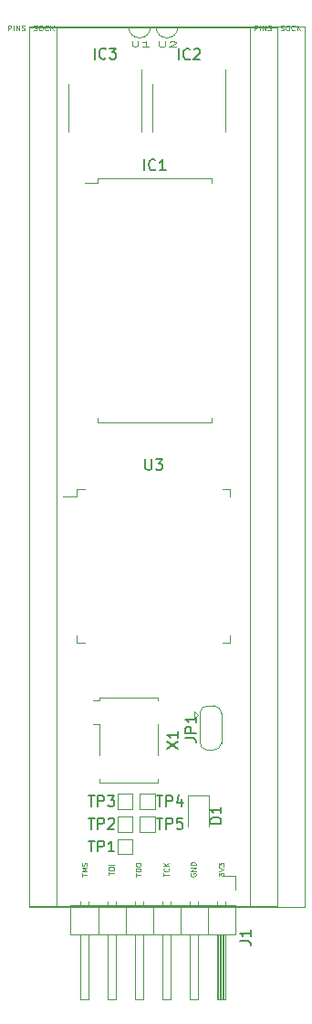
<source format=gbr>
%TF.GenerationSoftware,KiCad,Pcbnew,(5.1.10-1-10_14)*%
%TF.CreationDate,2022-03-12T11:50:30+00:00*%
%TF.ProjectId,altram_68k_r2,616c7472-616d-45f3-9638-6b5f72322e6b,2*%
%TF.SameCoordinates,Original*%
%TF.FileFunction,Legend,Top*%
%TF.FilePolarity,Positive*%
%FSLAX46Y46*%
G04 Gerber Fmt 4.6, Leading zero omitted, Abs format (unit mm)*
G04 Created by KiCad (PCBNEW (5.1.10-1-10_14)) date 2022-03-12 11:50:30*
%MOMM*%
%LPD*%
G01*
G04 APERTURE LIST*
%ADD10C,0.125000*%
%ADD11C,0.120000*%
%ADD12C,0.150000*%
G04 APERTURE END LIST*
D10*
X156095238Y-54602380D02*
X156166666Y-54626190D01*
X156285714Y-54626190D01*
X156333333Y-54602380D01*
X156357142Y-54578571D01*
X156380952Y-54530952D01*
X156380952Y-54483333D01*
X156357142Y-54435714D01*
X156333333Y-54411904D01*
X156285714Y-54388095D01*
X156190476Y-54364285D01*
X156142857Y-54340476D01*
X156119047Y-54316666D01*
X156095238Y-54269047D01*
X156095238Y-54221428D01*
X156119047Y-54173809D01*
X156142857Y-54150000D01*
X156190476Y-54126190D01*
X156309523Y-54126190D01*
X156380952Y-54150000D01*
X156690476Y-54126190D02*
X156785714Y-54126190D01*
X156833333Y-54150000D01*
X156880952Y-54197619D01*
X156904761Y-54292857D01*
X156904761Y-54459523D01*
X156880952Y-54554761D01*
X156833333Y-54602380D01*
X156785714Y-54626190D01*
X156690476Y-54626190D01*
X156642857Y-54602380D01*
X156595238Y-54554761D01*
X156571428Y-54459523D01*
X156571428Y-54292857D01*
X156595238Y-54197619D01*
X156642857Y-54150000D01*
X156690476Y-54126190D01*
X157404761Y-54578571D02*
X157380952Y-54602380D01*
X157309523Y-54626190D01*
X157261904Y-54626190D01*
X157190476Y-54602380D01*
X157142857Y-54554761D01*
X157119047Y-54507142D01*
X157095238Y-54411904D01*
X157095238Y-54340476D01*
X157119047Y-54245238D01*
X157142857Y-54197619D01*
X157190476Y-54150000D01*
X157261904Y-54126190D01*
X157309523Y-54126190D01*
X157380952Y-54150000D01*
X157404761Y-54173809D01*
X157619047Y-54626190D02*
X157619047Y-54126190D01*
X157904761Y-54626190D02*
X157690476Y-54340476D01*
X157904761Y-54126190D02*
X157619047Y-54411904D01*
X133195238Y-54602380D02*
X133266666Y-54626190D01*
X133385714Y-54626190D01*
X133433333Y-54602380D01*
X133457142Y-54578571D01*
X133480952Y-54530952D01*
X133480952Y-54483333D01*
X133457142Y-54435714D01*
X133433333Y-54411904D01*
X133385714Y-54388095D01*
X133290476Y-54364285D01*
X133242857Y-54340476D01*
X133219047Y-54316666D01*
X133195238Y-54269047D01*
X133195238Y-54221428D01*
X133219047Y-54173809D01*
X133242857Y-54150000D01*
X133290476Y-54126190D01*
X133409523Y-54126190D01*
X133480952Y-54150000D01*
X133790476Y-54126190D02*
X133885714Y-54126190D01*
X133933333Y-54150000D01*
X133980952Y-54197619D01*
X134004761Y-54292857D01*
X134004761Y-54459523D01*
X133980952Y-54554761D01*
X133933333Y-54602380D01*
X133885714Y-54626190D01*
X133790476Y-54626190D01*
X133742857Y-54602380D01*
X133695238Y-54554761D01*
X133671428Y-54459523D01*
X133671428Y-54292857D01*
X133695238Y-54197619D01*
X133742857Y-54150000D01*
X133790476Y-54126190D01*
X134504761Y-54578571D02*
X134480952Y-54602380D01*
X134409523Y-54626190D01*
X134361904Y-54626190D01*
X134290476Y-54602380D01*
X134242857Y-54554761D01*
X134219047Y-54507142D01*
X134195238Y-54411904D01*
X134195238Y-54340476D01*
X134219047Y-54245238D01*
X134242857Y-54197619D01*
X134290476Y-54150000D01*
X134361904Y-54126190D01*
X134409523Y-54126190D01*
X134480952Y-54150000D01*
X134504761Y-54173809D01*
X134719047Y-54626190D02*
X134719047Y-54126190D01*
X135004761Y-54626190D02*
X134790476Y-54340476D01*
X135004761Y-54126190D02*
X134719047Y-54411904D01*
X153650000Y-54626190D02*
X153650000Y-54126190D01*
X153840476Y-54126190D01*
X153888095Y-54150000D01*
X153911904Y-54173809D01*
X153935714Y-54221428D01*
X153935714Y-54292857D01*
X153911904Y-54340476D01*
X153888095Y-54364285D01*
X153840476Y-54388095D01*
X153650000Y-54388095D01*
X154150000Y-54626190D02*
X154150000Y-54126190D01*
X154388095Y-54626190D02*
X154388095Y-54126190D01*
X154673809Y-54626190D01*
X154673809Y-54126190D01*
X154888095Y-54602380D02*
X154959523Y-54626190D01*
X155078571Y-54626190D01*
X155126190Y-54602380D01*
X155150000Y-54578571D01*
X155173809Y-54530952D01*
X155173809Y-54483333D01*
X155150000Y-54435714D01*
X155126190Y-54411904D01*
X155078571Y-54388095D01*
X154983333Y-54364285D01*
X154935714Y-54340476D01*
X154911904Y-54316666D01*
X154888095Y-54269047D01*
X154888095Y-54221428D01*
X154911904Y-54173809D01*
X154935714Y-54150000D01*
X154983333Y-54126190D01*
X155102380Y-54126190D01*
X155173809Y-54150000D01*
X130800000Y-54626190D02*
X130800000Y-54126190D01*
X130990476Y-54126190D01*
X131038095Y-54150000D01*
X131061904Y-54173809D01*
X131085714Y-54221428D01*
X131085714Y-54292857D01*
X131061904Y-54340476D01*
X131038095Y-54364285D01*
X130990476Y-54388095D01*
X130800000Y-54388095D01*
X131300000Y-54626190D02*
X131300000Y-54126190D01*
X131538095Y-54626190D02*
X131538095Y-54126190D01*
X131823809Y-54626190D01*
X131823809Y-54126190D01*
X132038095Y-54602380D02*
X132109523Y-54626190D01*
X132228571Y-54626190D01*
X132276190Y-54602380D01*
X132300000Y-54578571D01*
X132323809Y-54530952D01*
X132323809Y-54483333D01*
X132300000Y-54435714D01*
X132276190Y-54411904D01*
X132228571Y-54388095D01*
X132133333Y-54364285D01*
X132085714Y-54340476D01*
X132061904Y-54316666D01*
X132038095Y-54269047D01*
X132038095Y-54221428D01*
X132061904Y-54173809D01*
X132085714Y-54150000D01*
X132133333Y-54126190D01*
X132252380Y-54126190D01*
X132323809Y-54150000D01*
X150326190Y-132919047D02*
X150326190Y-132609523D01*
X150516666Y-132776190D01*
X150516666Y-132704761D01*
X150540476Y-132657142D01*
X150564285Y-132633333D01*
X150611904Y-132609523D01*
X150730952Y-132609523D01*
X150778571Y-132633333D01*
X150802380Y-132657142D01*
X150826190Y-132704761D01*
X150826190Y-132847619D01*
X150802380Y-132895238D01*
X150778571Y-132919047D01*
X150326190Y-132466666D02*
X150826190Y-132300000D01*
X150326190Y-132133333D01*
X150326190Y-132014285D02*
X150326190Y-131704761D01*
X150516666Y-131871428D01*
X150516666Y-131800000D01*
X150540476Y-131752380D01*
X150564285Y-131728571D01*
X150611904Y-131704761D01*
X150730952Y-131704761D01*
X150778571Y-131728571D01*
X150802380Y-131752380D01*
X150826190Y-131800000D01*
X150826190Y-131942857D01*
X150802380Y-131990476D01*
X150778571Y-132014285D01*
X147750000Y-132680952D02*
X147726190Y-132728571D01*
X147726190Y-132800000D01*
X147750000Y-132871428D01*
X147797619Y-132919047D01*
X147845238Y-132942857D01*
X147940476Y-132966666D01*
X148011904Y-132966666D01*
X148107142Y-132942857D01*
X148154761Y-132919047D01*
X148202380Y-132871428D01*
X148226190Y-132800000D01*
X148226190Y-132752380D01*
X148202380Y-132680952D01*
X148178571Y-132657142D01*
X148011904Y-132657142D01*
X148011904Y-132752380D01*
X148226190Y-132442857D02*
X147726190Y-132442857D01*
X148226190Y-132157142D01*
X147726190Y-132157142D01*
X148226190Y-131919047D02*
X147726190Y-131919047D01*
X147726190Y-131800000D01*
X147750000Y-131728571D01*
X147797619Y-131680952D01*
X147845238Y-131657142D01*
X147940476Y-131633333D01*
X148011904Y-131633333D01*
X148107142Y-131657142D01*
X148154761Y-131680952D01*
X148202380Y-131728571D01*
X148226190Y-131800000D01*
X148226190Y-131919047D01*
X145226190Y-132942857D02*
X145226190Y-132657142D01*
X145726190Y-132800000D02*
X145226190Y-132800000D01*
X145678571Y-132204761D02*
X145702380Y-132228571D01*
X145726190Y-132300000D01*
X145726190Y-132347619D01*
X145702380Y-132419047D01*
X145654761Y-132466666D01*
X145607142Y-132490476D01*
X145511904Y-132514285D01*
X145440476Y-132514285D01*
X145345238Y-132490476D01*
X145297619Y-132466666D01*
X145250000Y-132419047D01*
X145226190Y-132347619D01*
X145226190Y-132300000D01*
X145250000Y-132228571D01*
X145273809Y-132204761D01*
X145726190Y-131990476D02*
X145226190Y-131990476D01*
X145726190Y-131704761D02*
X145440476Y-131919047D01*
X145226190Y-131704761D02*
X145511904Y-131990476D01*
X142626190Y-132954761D02*
X142626190Y-132669047D01*
X143126190Y-132811904D02*
X142626190Y-132811904D01*
X143126190Y-132502380D02*
X142626190Y-132502380D01*
X142626190Y-132383333D01*
X142650000Y-132311904D01*
X142697619Y-132264285D01*
X142745238Y-132240476D01*
X142840476Y-132216666D01*
X142911904Y-132216666D01*
X143007142Y-132240476D01*
X143054761Y-132264285D01*
X143102380Y-132311904D01*
X143126190Y-132383333D01*
X143126190Y-132502380D01*
X142626190Y-131907142D02*
X142626190Y-131811904D01*
X142650000Y-131764285D01*
X142697619Y-131716666D01*
X142792857Y-131692857D01*
X142959523Y-131692857D01*
X143054761Y-131716666D01*
X143102380Y-131764285D01*
X143126190Y-131811904D01*
X143126190Y-131907142D01*
X143102380Y-131954761D01*
X143054761Y-132002380D01*
X142959523Y-132026190D01*
X142792857Y-132026190D01*
X142697619Y-132002380D01*
X142650000Y-131954761D01*
X142626190Y-131907142D01*
X140126190Y-132811904D02*
X140126190Y-132526190D01*
X140626190Y-132669047D02*
X140126190Y-132669047D01*
X140626190Y-132359523D02*
X140126190Y-132359523D01*
X140126190Y-132240476D01*
X140150000Y-132169047D01*
X140197619Y-132121428D01*
X140245238Y-132097619D01*
X140340476Y-132073809D01*
X140411904Y-132073809D01*
X140507142Y-132097619D01*
X140554761Y-132121428D01*
X140602380Y-132169047D01*
X140626190Y-132240476D01*
X140626190Y-132359523D01*
X140626190Y-131859523D02*
X140126190Y-131859523D01*
X137626190Y-132966666D02*
X137626190Y-132680952D01*
X138126190Y-132823809D02*
X137626190Y-132823809D01*
X138126190Y-132514285D02*
X137626190Y-132514285D01*
X137983333Y-132347619D01*
X137626190Y-132180952D01*
X138126190Y-132180952D01*
X138102380Y-131966666D02*
X138126190Y-131895238D01*
X138126190Y-131776190D01*
X138102380Y-131728571D01*
X138078571Y-131704761D01*
X138030952Y-131680952D01*
X137983333Y-131680952D01*
X137935714Y-131704761D01*
X137911904Y-131728571D01*
X137888095Y-131776190D01*
X137864285Y-131871428D01*
X137840476Y-131919047D01*
X137816666Y-131942857D01*
X137769047Y-131966666D01*
X137721428Y-131966666D01*
X137673809Y-131942857D01*
X137650000Y-131919047D01*
X137626190Y-131871428D01*
X137626190Y-131752380D01*
X137650000Y-131680952D01*
D11*
%TO.C,D1*%
X149410000Y-128300000D02*
X149410000Y-125440000D01*
X149410000Y-125440000D02*
X147490000Y-125440000D01*
X147490000Y-125440000D02*
X147490000Y-128300000D01*
%TO.C,JP1*%
X150600000Y-117800000D02*
X150600000Y-120600000D01*
X149900000Y-121250000D02*
X149300000Y-121250000D01*
X148600000Y-120600000D02*
X148600000Y-117800000D01*
X149300000Y-117150000D02*
X149900000Y-117150000D01*
X148400000Y-118000000D02*
X148100000Y-117700000D01*
X148100000Y-117700000D02*
X148100000Y-118300000D01*
X148400000Y-118000000D02*
X148100000Y-118300000D01*
X149900000Y-117150000D02*
G75*
G02*
X150600000Y-117850000I0J-700000D01*
G01*
X148600000Y-117850000D02*
G75*
G02*
X149300000Y-117150000I700000J0D01*
G01*
X149300000Y-121250000D02*
G75*
G02*
X148600000Y-120550000I0J700000D01*
G01*
X150600000Y-120550000D02*
G75*
G02*
X149900000Y-121250000I-700000J0D01*
G01*
%TO.C,U3*%
X137190000Y-97790000D02*
X135900000Y-97790000D01*
X137190000Y-97090000D02*
X137190000Y-97790000D01*
X137890000Y-97090000D02*
X137190000Y-97090000D01*
X151410000Y-97090000D02*
X151410000Y-97790000D01*
X150710000Y-97090000D02*
X151410000Y-97090000D01*
X137190000Y-111310000D02*
X137190000Y-110610000D01*
X137890000Y-111310000D02*
X137190000Y-111310000D01*
X151410000Y-111310000D02*
X151410000Y-110610000D01*
X150710000Y-111310000D02*
X151410000Y-111310000D01*
%TO.C,U1*%
X153272000Y-54296000D02*
X144002000Y-54296000D01*
X153272000Y-135696000D02*
X153272000Y-54296000D01*
X132732000Y-135696000D02*
X153272000Y-135696000D01*
X132732000Y-54296000D02*
X132732000Y-135696000D01*
X142002000Y-54296000D02*
X132732000Y-54296000D01*
X144002000Y-54296000D02*
G75*
G02*
X142002000Y-54296000I-1000000J0D01*
G01*
%TO.C,U2*%
X144542000Y-54296000D02*
X135272000Y-54296000D01*
X135272000Y-54296000D02*
X135272000Y-135696000D01*
X135272000Y-135696000D02*
X155812000Y-135696000D01*
X155812000Y-135696000D02*
X155812000Y-54296000D01*
X155812000Y-54296000D02*
X146542000Y-54296000D01*
X132782000Y-54236000D02*
X132782000Y-135756000D01*
X132782000Y-135756000D02*
X158302000Y-135756000D01*
X158302000Y-135756000D02*
X158302000Y-54236000D01*
X158302000Y-54236000D02*
X132782000Y-54236000D01*
X146542000Y-54296000D02*
G75*
G02*
X144542000Y-54296000I-1000000J0D01*
G01*
%TO.C,TP5*%
X143000000Y-127400000D02*
X144400000Y-127400000D01*
X143000000Y-128800000D02*
X143000000Y-127400000D01*
X144400000Y-128800000D02*
X143000000Y-128800000D01*
X144400000Y-127400000D02*
X144400000Y-128800000D01*
%TO.C,TP4*%
X143000000Y-125300000D02*
X144400000Y-125300000D01*
X143000000Y-126700000D02*
X143000000Y-125300000D01*
X144400000Y-126700000D02*
X143000000Y-126700000D01*
X144400000Y-125300000D02*
X144400000Y-126700000D01*
%TO.C,TP3*%
X142350000Y-126700000D02*
X140950000Y-126700000D01*
X142350000Y-125300000D02*
X142350000Y-126700000D01*
X140950000Y-125300000D02*
X142350000Y-125300000D01*
X140950000Y-126700000D02*
X140950000Y-125300000D01*
%TO.C,TP2*%
X142350000Y-128800000D02*
X140950000Y-128800000D01*
X142350000Y-127400000D02*
X142350000Y-128800000D01*
X140950000Y-127400000D02*
X142350000Y-127400000D01*
X140950000Y-128800000D02*
X140950000Y-127400000D01*
%TO.C,TP1*%
X142350000Y-130900000D02*
X140950000Y-130900000D01*
X142350000Y-129500000D02*
X142350000Y-130900000D01*
X140950000Y-129500000D02*
X142350000Y-129500000D01*
X140950000Y-130900000D02*
X140950000Y-129500000D01*
%TO.C,J1*%
X151870000Y-132930000D02*
X151870000Y-134200000D01*
X150600000Y-132930000D02*
X151870000Y-132930000D01*
X137520000Y-135242929D02*
X137520000Y-135640000D01*
X138280000Y-135242929D02*
X138280000Y-135640000D01*
X137520000Y-144300000D02*
X137520000Y-138300000D01*
X138280000Y-144300000D02*
X137520000Y-144300000D01*
X138280000Y-138300000D02*
X138280000Y-144300000D01*
X139170000Y-135640000D02*
X139170000Y-138300000D01*
X140060000Y-135242929D02*
X140060000Y-135640000D01*
X140820000Y-135242929D02*
X140820000Y-135640000D01*
X140060000Y-144300000D02*
X140060000Y-138300000D01*
X140820000Y-144300000D02*
X140060000Y-144300000D01*
X140820000Y-138300000D02*
X140820000Y-144300000D01*
X141710000Y-135640000D02*
X141710000Y-138300000D01*
X142600000Y-135242929D02*
X142600000Y-135640000D01*
X143360000Y-135242929D02*
X143360000Y-135640000D01*
X142600000Y-144300000D02*
X142600000Y-138300000D01*
X143360000Y-144300000D02*
X142600000Y-144300000D01*
X143360000Y-138300000D02*
X143360000Y-144300000D01*
X144250000Y-135640000D02*
X144250000Y-138300000D01*
X145140000Y-135242929D02*
X145140000Y-135640000D01*
X145900000Y-135242929D02*
X145900000Y-135640000D01*
X145140000Y-144300000D02*
X145140000Y-138300000D01*
X145900000Y-144300000D02*
X145140000Y-144300000D01*
X145900000Y-138300000D02*
X145900000Y-144300000D01*
X146790000Y-135640000D02*
X146790000Y-138300000D01*
X147680000Y-135242929D02*
X147680000Y-135640000D01*
X148440000Y-135242929D02*
X148440000Y-135640000D01*
X147680000Y-144300000D02*
X147680000Y-138300000D01*
X148440000Y-144300000D02*
X147680000Y-144300000D01*
X148440000Y-138300000D02*
X148440000Y-144300000D01*
X149330000Y-135640000D02*
X149330000Y-138300000D01*
X150220000Y-135310000D02*
X150220000Y-135640000D01*
X150980000Y-135310000D02*
X150980000Y-135640000D01*
X150320000Y-138300000D02*
X150320000Y-144300000D01*
X150440000Y-138300000D02*
X150440000Y-144300000D01*
X150560000Y-138300000D02*
X150560000Y-144300000D01*
X150680000Y-138300000D02*
X150680000Y-144300000D01*
X150800000Y-138300000D02*
X150800000Y-144300000D01*
X150920000Y-138300000D02*
X150920000Y-144300000D01*
X150220000Y-144300000D02*
X150220000Y-138300000D01*
X150980000Y-144300000D02*
X150220000Y-144300000D01*
X150980000Y-138300000D02*
X150980000Y-144300000D01*
X151930000Y-138300000D02*
X151930000Y-135640000D01*
X136570000Y-138300000D02*
X151930000Y-138300000D01*
X136570000Y-135640000D02*
X136570000Y-138300000D01*
X151930000Y-135640000D02*
X136570000Y-135640000D01*
%TO.C,X1*%
X139300000Y-118860000D02*
X138700000Y-118860000D01*
X139300000Y-121740000D02*
X139300000Y-118860000D01*
X144700000Y-116350000D02*
X144700000Y-116660000D01*
X139300000Y-116350000D02*
X144700000Y-116350000D01*
X139300000Y-116660000D02*
X139300000Y-116350000D01*
X138700000Y-116660000D02*
X139300000Y-116660000D01*
X144700000Y-118860000D02*
X144700000Y-121740000D01*
X139300000Y-124250000D02*
X139300000Y-123940000D01*
X144700000Y-124250000D02*
X139300000Y-124250000D01*
X144700000Y-123940000D02*
X144700000Y-124250000D01*
%TO.C,IC1*%
X137900000Y-68700000D02*
X139100000Y-68700000D01*
X139100000Y-68700000D02*
X139100000Y-68300000D01*
X139100000Y-68300000D02*
X149700000Y-68300000D01*
X139100000Y-90900000D02*
X149700000Y-90900000D01*
X149700000Y-68300000D02*
X149700000Y-68700000D01*
X149700000Y-90500000D02*
X149700000Y-90900000D01*
X139100000Y-90500000D02*
X139100000Y-90900000D01*
%TO.C,IC3*%
X143185000Y-61800000D02*
X143185000Y-58200000D01*
X143185000Y-61800000D02*
X143185000Y-64000000D01*
X136415000Y-61800000D02*
X136415000Y-59600000D01*
X136415000Y-61800000D02*
X136415000Y-64000000D01*
%TO.C,IC2*%
X150985000Y-61800000D02*
X150985000Y-58200000D01*
X150985000Y-61800000D02*
X150985000Y-64000000D01*
X144215000Y-61800000D02*
X144215000Y-59600000D01*
X144215000Y-61800000D02*
X144215000Y-64000000D01*
%TO.C,D1*%
D12*
X150552380Y-128038095D02*
X149552380Y-128038095D01*
X149552380Y-127800000D01*
X149600000Y-127657142D01*
X149695238Y-127561904D01*
X149790476Y-127514285D01*
X149980952Y-127466666D01*
X150123809Y-127466666D01*
X150314285Y-127514285D01*
X150409523Y-127561904D01*
X150504761Y-127657142D01*
X150552380Y-127800000D01*
X150552380Y-128038095D01*
X150552380Y-126514285D02*
X150552380Y-127085714D01*
X150552380Y-126800000D02*
X149552380Y-126800000D01*
X149695238Y-126895238D01*
X149790476Y-126990476D01*
X149838095Y-127085714D01*
%TO.C,JP1*%
X147252380Y-120133333D02*
X147966666Y-120133333D01*
X148109523Y-120180952D01*
X148204761Y-120276190D01*
X148252380Y-120419047D01*
X148252380Y-120514285D01*
X148252380Y-119657142D02*
X147252380Y-119657142D01*
X147252380Y-119276190D01*
X147300000Y-119180952D01*
X147347619Y-119133333D01*
X147442857Y-119085714D01*
X147585714Y-119085714D01*
X147680952Y-119133333D01*
X147728571Y-119180952D01*
X147776190Y-119276190D01*
X147776190Y-119657142D01*
X148252380Y-118133333D02*
X148252380Y-118704761D01*
X148252380Y-118419047D02*
X147252380Y-118419047D01*
X147395238Y-118514285D01*
X147490476Y-118609523D01*
X147538095Y-118704761D01*
%TO.C,U3*%
X143538095Y-94302380D02*
X143538095Y-95111904D01*
X143585714Y-95207142D01*
X143633333Y-95254761D01*
X143728571Y-95302380D01*
X143919047Y-95302380D01*
X144014285Y-95254761D01*
X144061904Y-95207142D01*
X144109523Y-95111904D01*
X144109523Y-94302380D01*
X144490476Y-94302380D02*
X145109523Y-94302380D01*
X144776190Y-94683333D01*
X144919047Y-94683333D01*
X145014285Y-94730952D01*
X145061904Y-94778571D01*
X145109523Y-94873809D01*
X145109523Y-95111904D01*
X145061904Y-95207142D01*
X145014285Y-95254761D01*
X144919047Y-95302380D01*
X144633333Y-95302380D01*
X144538095Y-95254761D01*
X144490476Y-95207142D01*
%TO.C,U1*%
D10*
X142288095Y-55576190D02*
X142288095Y-55980952D01*
X142335714Y-56028571D01*
X142383333Y-56052380D01*
X142478571Y-56076190D01*
X142669047Y-56076190D01*
X142764285Y-56052380D01*
X142811904Y-56028571D01*
X142859523Y-55980952D01*
X142859523Y-55576190D01*
X143859523Y-56076190D02*
X143288095Y-56076190D01*
X143573809Y-56076190D02*
X143573809Y-55576190D01*
X143478571Y-55647619D01*
X143383333Y-55695238D01*
X143288095Y-55719047D01*
%TO.C,U2*%
X144788095Y-55626190D02*
X144788095Y-56030952D01*
X144835714Y-56078571D01*
X144883333Y-56102380D01*
X144978571Y-56126190D01*
X145169047Y-56126190D01*
X145264285Y-56102380D01*
X145311904Y-56078571D01*
X145359523Y-56030952D01*
X145359523Y-55626190D01*
X145788095Y-55673809D02*
X145835714Y-55650000D01*
X145930952Y-55626190D01*
X146169047Y-55626190D01*
X146264285Y-55650000D01*
X146311904Y-55673809D01*
X146359523Y-55721428D01*
X146359523Y-55769047D01*
X146311904Y-55840476D01*
X145740476Y-56126190D01*
X146359523Y-56126190D01*
%TO.C,TP5*%
D12*
X144586095Y-127552380D02*
X145157523Y-127552380D01*
X144871809Y-128552380D02*
X144871809Y-127552380D01*
X145490857Y-128552380D02*
X145490857Y-127552380D01*
X145871809Y-127552380D01*
X145967047Y-127600000D01*
X146014666Y-127647619D01*
X146062285Y-127742857D01*
X146062285Y-127885714D01*
X146014666Y-127980952D01*
X145967047Y-128028571D01*
X145871809Y-128076190D01*
X145490857Y-128076190D01*
X146967047Y-127552380D02*
X146490857Y-127552380D01*
X146443238Y-128028571D01*
X146490857Y-127980952D01*
X146586095Y-127933333D01*
X146824190Y-127933333D01*
X146919428Y-127980952D01*
X146967047Y-128028571D01*
X147014666Y-128123809D01*
X147014666Y-128361904D01*
X146967047Y-128457142D01*
X146919428Y-128504761D01*
X146824190Y-128552380D01*
X146586095Y-128552380D01*
X146490857Y-128504761D01*
X146443238Y-128457142D01*
%TO.C,TP4*%
X144586095Y-125452380D02*
X145157523Y-125452380D01*
X144871809Y-126452380D02*
X144871809Y-125452380D01*
X145490857Y-126452380D02*
X145490857Y-125452380D01*
X145871809Y-125452380D01*
X145967047Y-125500000D01*
X146014666Y-125547619D01*
X146062285Y-125642857D01*
X146062285Y-125785714D01*
X146014666Y-125880952D01*
X145967047Y-125928571D01*
X145871809Y-125976190D01*
X145490857Y-125976190D01*
X146919428Y-125785714D02*
X146919428Y-126452380D01*
X146681333Y-125404761D02*
X146443238Y-126119047D01*
X147062285Y-126119047D01*
%TO.C,TP3*%
X138240095Y-125452380D02*
X138811523Y-125452380D01*
X138525809Y-126452380D02*
X138525809Y-125452380D01*
X139144857Y-126452380D02*
X139144857Y-125452380D01*
X139525809Y-125452380D01*
X139621047Y-125500000D01*
X139668666Y-125547619D01*
X139716285Y-125642857D01*
X139716285Y-125785714D01*
X139668666Y-125880952D01*
X139621047Y-125928571D01*
X139525809Y-125976190D01*
X139144857Y-125976190D01*
X140049619Y-125452380D02*
X140668666Y-125452380D01*
X140335333Y-125833333D01*
X140478190Y-125833333D01*
X140573428Y-125880952D01*
X140621047Y-125928571D01*
X140668666Y-126023809D01*
X140668666Y-126261904D01*
X140621047Y-126357142D01*
X140573428Y-126404761D01*
X140478190Y-126452380D01*
X140192476Y-126452380D01*
X140097238Y-126404761D01*
X140049619Y-126357142D01*
%TO.C,TP2*%
X138240095Y-127552380D02*
X138811523Y-127552380D01*
X138525809Y-128552380D02*
X138525809Y-127552380D01*
X139144857Y-128552380D02*
X139144857Y-127552380D01*
X139525809Y-127552380D01*
X139621047Y-127600000D01*
X139668666Y-127647619D01*
X139716285Y-127742857D01*
X139716285Y-127885714D01*
X139668666Y-127980952D01*
X139621047Y-128028571D01*
X139525809Y-128076190D01*
X139144857Y-128076190D01*
X140097238Y-127647619D02*
X140144857Y-127600000D01*
X140240095Y-127552380D01*
X140478190Y-127552380D01*
X140573428Y-127600000D01*
X140621047Y-127647619D01*
X140668666Y-127742857D01*
X140668666Y-127838095D01*
X140621047Y-127980952D01*
X140049619Y-128552380D01*
X140668666Y-128552380D01*
%TO.C,TP1*%
X138240095Y-129652380D02*
X138811523Y-129652380D01*
X138525809Y-130652380D02*
X138525809Y-129652380D01*
X139144857Y-130652380D02*
X139144857Y-129652380D01*
X139525809Y-129652380D01*
X139621047Y-129700000D01*
X139668666Y-129747619D01*
X139716285Y-129842857D01*
X139716285Y-129985714D01*
X139668666Y-130080952D01*
X139621047Y-130128571D01*
X139525809Y-130176190D01*
X139144857Y-130176190D01*
X140668666Y-130652380D02*
X140097238Y-130652380D01*
X140382952Y-130652380D02*
X140382952Y-129652380D01*
X140287714Y-129795238D01*
X140192476Y-129890476D01*
X140097238Y-129938095D01*
%TO.C,J1*%
X152322380Y-138918333D02*
X153036666Y-138918333D01*
X153179523Y-138965952D01*
X153274761Y-139061190D01*
X153322380Y-139204047D01*
X153322380Y-139299285D01*
X153322380Y-137918333D02*
X153322380Y-138489761D01*
X153322380Y-138204047D02*
X152322380Y-138204047D01*
X152465238Y-138299285D01*
X152560476Y-138394523D01*
X152608095Y-138489761D01*
%TO.C,X1*%
X145552380Y-121109523D02*
X146552380Y-120442857D01*
X145552380Y-120442857D02*
X146552380Y-121109523D01*
X146552380Y-119538095D02*
X146552380Y-120109523D01*
X146552380Y-119823809D02*
X145552380Y-119823809D01*
X145695238Y-119919047D01*
X145790476Y-120014285D01*
X145838095Y-120109523D01*
%TO.C,IC1*%
X143423809Y-67552380D02*
X143423809Y-66552380D01*
X144471428Y-67457142D02*
X144423809Y-67504761D01*
X144280952Y-67552380D01*
X144185714Y-67552380D01*
X144042857Y-67504761D01*
X143947619Y-67409523D01*
X143900000Y-67314285D01*
X143852380Y-67123809D01*
X143852380Y-66980952D01*
X143900000Y-66790476D01*
X143947619Y-66695238D01*
X144042857Y-66600000D01*
X144185714Y-66552380D01*
X144280952Y-66552380D01*
X144423809Y-66600000D01*
X144471428Y-66647619D01*
X145423809Y-67552380D02*
X144852380Y-67552380D01*
X145138095Y-67552380D02*
X145138095Y-66552380D01*
X145042857Y-66695238D01*
X144947619Y-66790476D01*
X144852380Y-66838095D01*
%TO.C,IC3*%
X138823809Y-57252380D02*
X138823809Y-56252380D01*
X139871428Y-57157142D02*
X139823809Y-57204761D01*
X139680952Y-57252380D01*
X139585714Y-57252380D01*
X139442857Y-57204761D01*
X139347619Y-57109523D01*
X139300000Y-57014285D01*
X139252380Y-56823809D01*
X139252380Y-56680952D01*
X139300000Y-56490476D01*
X139347619Y-56395238D01*
X139442857Y-56300000D01*
X139585714Y-56252380D01*
X139680952Y-56252380D01*
X139823809Y-56300000D01*
X139871428Y-56347619D01*
X140204761Y-56252380D02*
X140823809Y-56252380D01*
X140490476Y-56633333D01*
X140633333Y-56633333D01*
X140728571Y-56680952D01*
X140776190Y-56728571D01*
X140823809Y-56823809D01*
X140823809Y-57061904D01*
X140776190Y-57157142D01*
X140728571Y-57204761D01*
X140633333Y-57252380D01*
X140347619Y-57252380D01*
X140252380Y-57204761D01*
X140204761Y-57157142D01*
%TO.C,IC2*%
X146623809Y-57302380D02*
X146623809Y-56302380D01*
X147671428Y-57207142D02*
X147623809Y-57254761D01*
X147480952Y-57302380D01*
X147385714Y-57302380D01*
X147242857Y-57254761D01*
X147147619Y-57159523D01*
X147100000Y-57064285D01*
X147052380Y-56873809D01*
X147052380Y-56730952D01*
X147100000Y-56540476D01*
X147147619Y-56445238D01*
X147242857Y-56350000D01*
X147385714Y-56302380D01*
X147480952Y-56302380D01*
X147623809Y-56350000D01*
X147671428Y-56397619D01*
X148052380Y-56397619D02*
X148100000Y-56350000D01*
X148195238Y-56302380D01*
X148433333Y-56302380D01*
X148528571Y-56350000D01*
X148576190Y-56397619D01*
X148623809Y-56492857D01*
X148623809Y-56588095D01*
X148576190Y-56730952D01*
X148004761Y-57302380D01*
X148623809Y-57302380D01*
%TD*%
M02*

</source>
